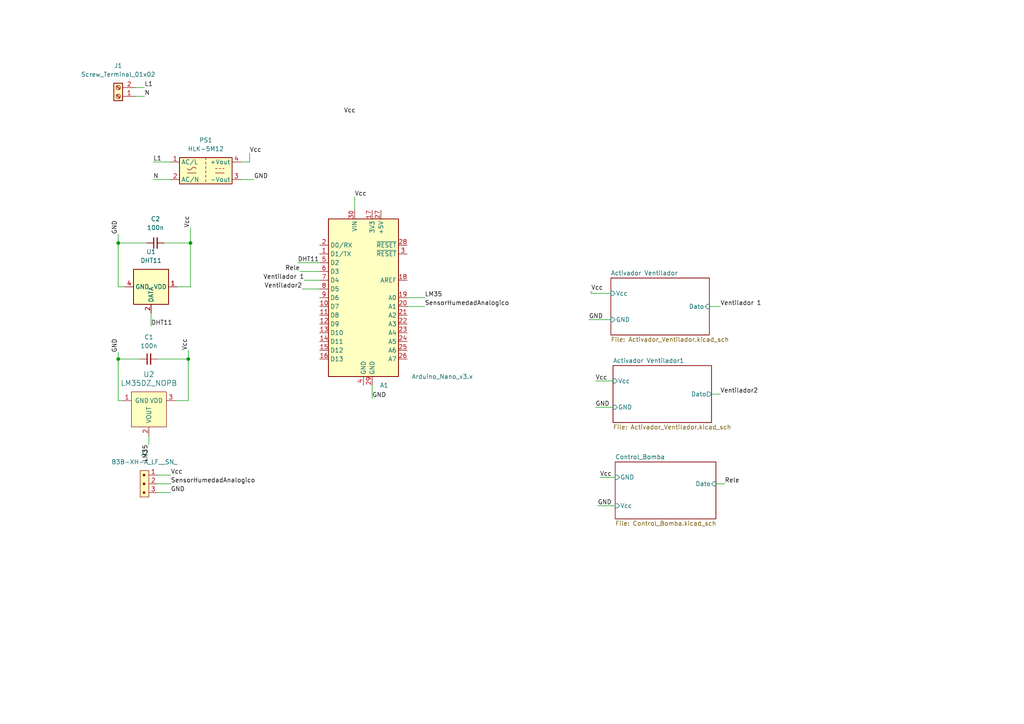
<source format=kicad_sch>
(kicad_sch (version 20230121) (generator eeschema)
  (paper "A4")
  (lib_symbols
    (symbol "Connector:Screw_Terminal_01x02" (pin_names (offset 1.016) hide)
      (property "Reference" "J" (at 0 2.54 0))
      (property "Value" "Screw_Terminal_01x02" (at 0 -5.08 0))
      (symbol "Screw_Terminal_01x02_1_1"
        (rectangle (start -1.27 1.27) (end 1.27 -3.81) (stroke (width 0.254)) (fill (type background)))
        (circle (center 0 -2.54) (radius 0.635) (stroke (width 0.1524)))
        (polyline (pts (xy -0.5334 -2.2098) (xy 0.3302 -3.048)) (stroke (width 0.1524)))
        (polyline (pts (xy -0.5334 0.3302) (xy 0.3302 -0.508)) (stroke (width 0.1524)))
        (polyline (pts (xy -0.3556 -2.032) (xy 0.508 -2.8702)) (stroke (width 0.1524)))
        (polyline (pts (xy -0.3556 0.508) (xy 0.508 -0.3302)) (stroke (width 0.1524)))
        (circle (center 0 0) (radius 0.635) (stroke (width 0.1524)))
        (pin passive line (at -5.08 0 0) (length 3.81) (name "Pin_1") (number "1"))
        (pin passive line (at -5.08 -2.54 0) (length 3.81) (name "Pin_2") (number "2"))
      )
    )
    (symbol "Converter_ACDC:HLK-5M12"
      (property "Reference" "PS" (at 0 5.08 0))
      (property "Value" "HLK-5M12" (at 0 -5.08 0))
      (symbol "HLK-5M12_0_1"
        (rectangle (start -7.62 3.81) (end 7.62 -3.81) (stroke (width 0.254)) (fill (type background)))
        (arc (start -5.334 0.635) (mid -4.699 0.2495) (end -4.064 0.635))
        (arc (start -2.794 0.635) (mid -3.429 1.0072) (end -4.064 0.635))
        (polyline (pts (xy -5.334 -0.635) (xy -2.794 -0.635)))
        (polyline (pts (xy 0 -2.54) (xy 0 -3.175)))
        (polyline (pts (xy 0 -1.27) (xy 0 -1.905)))
        (polyline (pts (xy 0 0) (xy 0 -0.635)))
        (polyline (pts (xy 0 1.27) (xy 0 0.635)))
        (polyline (pts (xy 0 2.54) (xy 0 1.905)))
        (polyline (pts (xy 0 3.81) (xy 0 3.175)))
        (polyline (pts (xy 2.794 -0.635) (xy 5.334 -0.635)))
        (polyline (pts (xy 2.794 0.635) (xy 3.302 0.635)))
        (polyline (pts (xy 3.81 0.635) (xy 4.318 0.635)))
        (polyline (pts (xy 4.826 0.635) (xy 5.334 0.635)))
      )
      (symbol "HLK-5M12_1_1"
        (pin power_in line (at -10.16 2.54 0) (length 2.54) (name "AC/L") (number "1"))
        (pin power_in line (at -10.16 -2.54 0) (length 2.54) (name "AC/N") (number "2"))
        (pin power_out line (at 10.16 -2.54 180) (length 2.54) (name "-Vout") (number "3"))
        (pin power_out line (at 10.16 2.54 180) (length 2.54) (name "+Vout") (number "4"))
      )
    )
    (symbol "Device:C_Small" (pin_numbers hide) (pin_names (offset 0.254) hide)
      (property "Reference" "C" (at 0.254 1.778 0))
      (property "Value" "C_Small" (at 0.254 -2.032 0))
      (symbol "C_Small_0_1"
        (polyline (pts (xy -1.524 -0.508) (xy 1.524 -0.508)) (stroke (width 0.3302)))
        (polyline (pts (xy -1.524 0.508) (xy 1.524 0.508)) (stroke (width 0.3048)))
      )
      (symbol "C_Small_1_1"
        (pin passive line (at 0 2.54 270) (length 2.032) (name "~") (number "1"))
        (pin passive line (at 0 -2.54 90) (length 2.032) (name "~") (number "2"))
      )
    )
    (symbol "MCU_Module:Arduino_Nano_v3.x"
      (property "Reference" "A" (at -10.16 23.495 0))
      (property "Value" "Arduino_Nano_v3.x" (at 5.08 -24.13 0))
      (symbol "Arduino_Nano_v3.x_0_1"
        (rectangle (start -10.16 22.86) (end 10.16 -22.86) (stroke (width 0.254)) (fill (type background)))
      )
      (symbol "Arduino_Nano_v3.x_1_1"
        (pin bidirectional line (at -12.7 12.7 0) (length 2.54) (name "D1/TX") (number "1"))
        (pin bidirectional line (at -12.7 -2.54 0) (length 2.54) (name "D7") (number "10"))
        (pin bidirectional line (at -12.7 -5.08 0) (length 2.54) (name "D8") (number "11"))
        (pin bidirectional line (at -12.7 -7.62 0) (length 2.54) (name "D9") (number "12"))
        (pin bidirectional line (at -12.7 -10.16 0) (length 2.54) (name "D10") (number "13"))
        (pin bidirectional line (at -12.7 -12.7 0) (length 2.54) (name "D11") (number "14"))
        (pin bidirectional line (at -12.7 -15.24 0) (length 2.54) (name "D12") (number "15"))
        (pin bidirectional line (at -12.7 -17.78 0) (length 2.54) (name "D13") (number "16"))
        (pin power_out line (at 2.54 25.4 270) (length 2.54) (name "3V3") (number "17"))
        (pin input line (at 12.7 5.08 180) (length 2.54) (name "AREF") (number "18"))
        (pin bidirectional line (at 12.7 0 180) (length 2.54) (name "A0") (number "19"))
        (pin bidirectional line (at -12.7 15.24 0) (length 2.54) (name "D0/RX") (number "2"))
        (pin bidirectional line (at 12.7 -2.54 180) (length 2.54) (name "A1") (number "20"))
        (pin bidirectional line (at 12.7 -5.08 180) (length 2.54) (name "A2") (number "21"))
        (pin bidirectional line (at 12.7 -7.62 180) (length 2.54) (name "A3") (number "22"))
        (pin bidirectional line (at 12.7 -10.16 180) (length 2.54) (name "A4") (number "23"))
        (pin bidirectional line (at 12.7 -12.7 180) (length 2.54) (name "A5") (number "24"))
        (pin bidirectional line (at 12.7 -15.24 180) (length 2.54) (name "A6") (number "25"))
        (pin bidirectional line (at 12.7 -17.78 180) (length 2.54) (name "A7") (number "26"))
        (pin power_out line (at 5.08 25.4 270) (length 2.54) (name "+5V") (number "27"))
        (pin input line (at 12.7 15.24 180) (length 2.54) (name "~{RESET}") (number "28"))
        (pin power_in line (at 2.54 -25.4 90) (length 2.54) (name "GND") (number "29"))
        (pin input line (at 12.7 12.7 180) (length 2.54) (name "~{RESET}") (number "3"))
        (pin power_in line (at -2.54 25.4 270) (length 2.54) (name "VIN") (number "30"))
        (pin power_in line (at 0 -25.4 90) (length 2.54) (name "GND") (number "4"))
        (pin bidirectional line (at -12.7 10.16 0) (length 2.54) (name "D2") (number "5"))
        (pin bidirectional line (at -12.7 7.62 0) (length 2.54) (name "D3") (number "6"))
        (pin bidirectional line (at -12.7 5.08 0) (length 2.54) (name "D4") (number "7"))
        (pin bidirectional line (at -12.7 2.54 0) (length 2.54) (name "D5") (number "8"))
        (pin bidirectional line (at -12.7 0 0) (length 2.54) (name "D6") (number "9"))
      )
    )
    (symbol "Sensor:DHT11"
      (property "Reference" "U" (at -3.81 6.35 0))
      (property "Value" "DHT11" (at 3.81 6.35 0))
      (symbol "DHT11_0_1"
        (rectangle (start -5.08 5.08) (end 5.08 -5.08) (stroke (width 0.254)) (fill (type background)))
      )
      (symbol "DHT11_1_1"
        (pin power_in line (at 0 7.62 270) (length 2.54) (name "VDD") (number "1"))
        (pin bidirectional line (at 7.62 0 180) (length 2.54) (name "DATA") (number "2"))
        (pin no_connect line (at -5.08 0 0) (length 2.54) hide (name "NC") (number "3"))
        (pin power_in line (at 0 -7.62 90) (length 2.54) (name "GND") (number "4"))
      )
    )
    (symbol "dk_Rectangular-Connectors-Headers-Male-Pins:B3B-XH-A_LF__SN_" (pin_names (offset 1.016) hide)
      (property "Reference" "J" (at -2.54 -1.27 0))
      (property "Value" "B3B-XH-A_LF__SN_" (at 2.54 -3.81 0))
      (symbol "B3B-XH-A_LF__SN__1_1"
        (rectangle (start -1.27 0) (end 6.35 -2.54) (fill (type background)))
        (rectangle (start -0.254 -1.143) (end 0.254 -1.651) (fill (type outline)))
        (rectangle (start 2.286 -1.143) (end 2.794 -1.651) (fill (type outline)))
        (rectangle (start 4.826 -1.143) (end 5.334 -1.651) (fill (type outline)))
        (pin passive line (at 0 2.54 270) (length 2.54) (name "~") (number "1"))
        (pin passive line (at 2.54 2.54 270) (length 2.54) (name "~") (number "2"))
        (pin passive line (at 5.08 2.54 270) (length 2.54) (name "~") (number "3"))
      )
    )
    (symbol "dk_Temperature-Sensors-Analog-and-Digital-Output:LM35DZ_NOPB" (pin_names (offset 1.016))
      (property "Reference" "U" (at -3.81 6.35 0))
      (property "Value" "LM35DZ_NOPB" (at 2.54 -7.62 0))
      (symbol "LM35DZ_NOPB_0_1"
        (rectangle (start 7.62 5.08) (end -2.54 -5.08) (fill (type background)))
      )
      (symbol "LM35DZ_NOPB_1_1"
        (pin power_in line (at 0 -7.62 90) (length 2.54) (name "GND") (number "1"))
        (pin output line (at 10.16 0 180) (length 2.54) (name "VOUT") (number "2"))
        (pin power_in line (at 0 7.62 270) (length 2.54) (name "VDD") (number "3"))
      )
    )
  )
  (junction (at 55.245 70.485))
  (junction (at 34.29 70.485))
  (junction (at 34.29 104.14))
  (junction (at 54.61 104.14))
  (wire (pts (xy 55.245 70.485) (xy 55.245 83.185)))
  (wire (pts (xy 205.74 88.9) (xy 208.915 88.9)))
  (wire (pts (xy 102.87 57.15) (xy 102.87 60.96)))
  (wire (pts (xy 173.99 138.43) (xy 178.435 138.43)))
  (wire (pts (xy 54.61 116.205) (xy 50.8 116.205)))
  (wire (pts (xy 88.265 81.28) (xy 92.71 81.28)))
  (wire (pts (xy 43.815 90.805) (xy 43.815 94.615)))
  (wire (pts (xy 86.995 78.74) (xy 92.71 78.74)))
  (wire (pts (xy 170.815 92.71) (xy 177.165 92.71)))
  (wire (pts (xy 177.165 85.09) (xy 171.45 85.09)))
  (wire (pts (xy 172.72 110.49) (xy 177.8 110.49)))
  (wire (pts (xy 118.11 86.36) (xy 123.19 86.36)))
  (wire (pts (xy 177.8 118.11) (xy 172.72 118.11)))
  (wire (pts (xy 44.45 52.07) (xy 49.53 52.07)))
  (wire (pts (xy 45.72 142.875) (xy 49.53 142.875)))
  (wire (pts (xy 45.72 137.795) (xy 49.53 137.795)))
  (wire (pts (xy 55.245 66.04) (xy 55.245 70.485)))
  (wire (pts (xy 34.29 116.205) (xy 35.56 116.205)))
  (wire (pts (xy 34.29 102.235) (xy 34.29 104.14)))
  (wire (pts (xy 39.37 25.4) (xy 41.91 25.4)))
  (wire (pts (xy 34.29 67.945) (xy 34.29 70.485)))
  (wire (pts (xy 34.29 70.485) (xy 34.29 83.185)))
  (wire (pts (xy 54.61 104.14) (xy 54.61 116.205)))
  (wire (pts (xy 55.245 83.185) (xy 51.435 83.185)))
  (wire (pts (xy 39.37 27.94) (xy 41.91 27.94)))
  (wire (pts (xy 43.18 126.365) (xy 43.18 128.905)))
  (wire (pts (xy 72.39 44.45) (xy 72.39 46.99)))
  (wire (pts (xy 178.435 146.685) (xy 173.355 146.685)))
  (wire (pts (xy 107.95 111.76) (xy 107.95 115.57)))
  (wire (pts (xy 34.29 70.485) (xy 42.545 70.485)))
  (wire (pts (xy 34.29 83.185) (xy 36.195 83.185)))
  (wire (pts (xy 69.85 52.07) (xy 73.66 52.07)))
  (wire (pts (xy 45.72 140.335) (xy 49.53 140.335)))
  (wire (pts (xy 92.71 83.82) (xy 87.63 83.82)))
  (wire (pts (xy 34.29 104.14) (xy 40.64 104.14)))
  (wire (pts (xy 44.45 46.99) (xy 49.53 46.99)))
  (wire (pts (xy 69.85 46.99) (xy 72.39 46.99)))
  (wire (pts (xy 92.71 76.2) (xy 86.36 76.2)))
  (wire (pts (xy 45.72 104.14) (xy 54.61 104.14)))
  (wire (pts (xy 34.29 104.14) (xy 34.29 116.205)))
  (wire (pts (xy 207.645 140.335) (xy 210.185 140.335)))
  (wire (pts (xy 47.625 70.485) (xy 55.245 70.485)))
  (wire (pts (xy 206.375 114.3) (xy 208.915 114.3)))
  (wire (pts (xy 171.45 84.455) (xy 171.45 85.09)))
  (wire (pts (xy 54.61 101.6) (xy 54.61 104.14)))
  (wire (pts (xy 118.11 88.9) (xy 123.19 88.9)))
  (label "LM35" (at 43.18 128.905 270))
  (label "Ventilador2" (at 87.63 83.82 180))
  (label "L1" (at 41.91 25.4 0))
  (label "GND " (at 170.815 92.71 0))
  (label "GND " (at 107.95 115.57 0))
  (label "DHT11" (at 86.36 76.2 0))
  (label "Rele" (at 86.995 78.74 180))
  (label "Vcc" (at 99.695 33.02 0))
  (label "Vcc" (at 172.72 110.49 0))
  (label "Vcc" (at 171.45 84.455 0))
  (label "DHT11" (at 43.815 94.615 0))
  (label "Vcc" (at 55.245 66.04 90))
  (label "N" (at 41.91 27.94 0))
  (label "L1" (at 44.45 46.99 0))
  (label "Rele" (at 210.185 140.335 0))
  (label "GND " (at 49.53 142.875 0))
  (label "Ventilador2" (at 208.915 114.3 0))
  (label "Vcc" (at 49.53 137.795 0))
  (label "Vcc" (at 72.39 44.45 0))
  (label "Ventilador 1" (at 208.915 88.9 0))
  (label "SensorHumedadAnalogico" (at 49.53 140.335 0))
  (label "Vcc" (at 173.99 138.43 0))
  (label "Ventilador 1" (at 88.265 81.28 180))
  (label "Vcc" (at 102.87 57.15 0))
  (label "GND " (at 34.29 67.945 90))
  (label "LM35" (at 123.19 86.36 0))
  (label "Vcc" (at 54.61 101.6 90))
  (label "GND " (at 172.72 118.11 0))
  (label "GND " (at 173.355 146.685 0))
  (label "GND " (at 34.29 102.235 90))
  (label "GND " (at 73.66 52.07 0))
  (label "SensorHumedadAnalogico" (at 123.19 88.9 0))
  (label "N" (at 44.45 52.07 0))
  (symbol (lib_id "dk_Rectangular-Connectors-Headers-Male-Pins:B3B-XH-A_LF__SN_") (at 43.18 137.795 270) (unit 1)
    (property "Reference" "J2" (at 41.91 131.445 90))
    (property "Value" "B3B-XH-A_LF__SN_" (at 41.91 133.985 90))
    (property "Footprint" "digikey-footprints:PinHeader_1x3_P2.5mm_Drill1.1mm" (effects hide))
    (property "Datasheet" "http://www.jst-mfg.com/product/pdf/eng/eXH.pdf" (effects hide))
    (property "Digi-Key_PN" "455-2248-ND" (effects hide))
    (property "MPN" "B3B-XH-A(LF)(SN)" (effects hide))
    (property "Category" "Connectors, Interconnects" (effects hide))
    (property "Family" "Rectangular Connectors - Headers, Male Pins" (effects hide))
    (property "DK_Datasheet_Link" "http://www.jst-mfg.com/product/pdf/eng/eXH.pdf" (effects hide))
    (property "DK_Detail_Page" "/product-detail/en/jst-sales-america-inc/B3B-XH-A(LF)(SN)/455-2248-ND/1651046" (effects hide))
    (property "Description" "CONN HEADER VERT 3POS 2.5MM" (effects hide))
    (property "Manufacturer" "JST Sales America Inc." (effects hide))
    (property "Status" "Active" (effects hide))
  )
  (symbol (lib_id "Sensor:DHT11") (at 43.815 83.185 270) (unit 1)
    (property "Reference" "U1" (at 43.815 73.025 90))
    (property "Value" "DHT11" (at 43.815 75.565 90))
    (property "Footprint" "Sensor:Aosong_DHT11_5.5x12.0_P2.54mm" (effects hide))
    (property "Datasheet" "http://akizukidenshi.com/download/ds/aosong/DHT11.pdf" (effects hide))
  )
  (symbol (lib_id "Device:C_Small") (at 43.18 104.14 90) (unit 1)
    (property "Reference" "C1" (at 43.1863 97.79 90))
    (property "Value" "100n" (at 43.1863 100.33 90))
    (property "Footprint" "Capacitor_THT:C_Disc_D6.0mm_W2.5mm_P5.00mm" (effects hide))
  )
  (symbol (lib_id "MCU_Module:Arduino_Nano_v3.x") (at 105.41 86.36 0) (unit 1)
    (property "Reference" "A1" (at 110.1441 111.76 0) (effects (justify left)))
    (property "Value" "Arduino_Nano_v3.x" (at 119.38 109.22 0) (effects (justify left)))
    (property "Footprint" "Module:Arduino_Nano" (effects hide))
    (property "Datasheet" "http://www.mouser.com/pdfdocs/Gravitech_Arduino_Nano3_0.pdf" (effects hide))
  )
  (symbol (lib_id "Device:C_Small") (at 45.085 70.485 90) (unit 1)
    (property "Reference" "C2" (at 45.0913 63.5 90))
    (property "Value" "100n" (at 45.0913 66.04 90))
    (property "Footprint" "Capacitor_THT:C_Disc_D6.0mm_W2.5mm_P5.00mm" (effects hide))
  )
  (symbol (lib_id "Connector:Screw_Terminal_01x02") (at 34.29 27.94 180) (unit 1)
    (property "Reference" "J1" (at 34.29 19.05 0))
    (property "Value" "Screw_Terminal_01x02" (at 34.29 21.59 0))
    (property "Footprint" "TerminalBlock_MetzConnect:TerminalBlock_MetzConnect_Type011_RT05502HBWC_1x02_P5.00mm_Horizontal" (effects hide))
  )
  (symbol (lib_id "dk_Temperature-Sensors-Analog-and-Digital-Output:LM35DZ_NOPB") (at 43.18 116.205 270) (unit 1)
    (property "Reference" "U2" (at 43.18 108.585 90) (effects (font (size 1.524 1.524))))
    (property "Value" "LM35DZ_NOPB" (at 43.18 111.125 90) (effects (font (size 1.524 1.524))))
    (property "Footprint" "digikey-footprints:TO-92-3" (effects hide))
    (property "Datasheet" "http://www.ti.com/general/docs/suppproductinfo.tsp?distId=10&gotoUrl=http%3A%2F%2Fwww.ti.com%2Flit%2Fgpn%2Flm35" (effects hide))
    (property "Digi-Key_PN" "LM35DZ/NOPB-ND" (effects hide))
    (property "MPN" "LM35DZ/NOPB" (effects hide))
    (property "Category" "Sensors, Transducers" (effects hide))
    (property "Family" "Temperature Sensors - Analog and Digital Output" (effects hide))
    (property "DK_Datasheet_Link" "http://www.ti.com/general/docs/suppproductinfo.tsp?distId=10&gotoUrl=http%3A%2F%2Fwww.ti.com%2Flit%2Fgpn%2Flm35" (effects hide))
    (property "DK_Detail_Page" "/product-detail/en/texas-instruments/LM35DZ-NOPB/LM35DZ-NOPB-ND/32489" (effects hide))
    (property "Description" "SENSOR ANALOG 0C-100C TO92-3" (effects hide))
    (property "Manufacturer" "Texas Instruments" (effects hide))
    (property "Status" "Active" (effects hide))
  )
  (symbol (lib_id "Converter_ACDC:HLK-5M12") (at 59.69 49.53 0) (unit 1)
    (property "Reference" "PS1" (at 59.69 40.64 0))
    (property "Value" "HLK-5M12" (at 59.69 43.18 0))
    (property "Footprint" "Converter_ACDC:Converter_ACDC_HiLink_HLK-5Mxx" (effects hide))
    (property "Datasheet" "http://h.hlktech.com/download/ACDC%E7%94%B5%E6%BA%90%E6%A8%A1%E5%9D%975W%E7%B3%BB%E5%88%97/1/%E6%B5%B7%E5%87%8C%E7%A7%915W%E7%B3%BB%E5%88%97%E7%94%B5%E6%BA%90%E6%A8%A1%E5%9D%97%E8%A7%84%E6%A0%BC%E4%B9%A6V2.8.pdf" (effects hide))
  )
  (sheet (at 177.165 80.645) (size 28.575 16.51) (stroke (width 0.1524))
    (property "Sheetname" "Activador Ventilador" (at 177.165 79.9334 0) (effects (justify left bottom)))
    (property "Sheetfile" "Activador_Ventilador.kicad_sch" (at 177.165 97.7396 0) (effects (justify left top)))
    (pin "Vcc" input (at 177.165 85.09 180))
    (pin "GND" input (at 177.165 92.71 180))
    (pin "Dato" input (at 205.74 88.9 0))
  )
  (sheet (at 178.435 133.985) (size 29.21 16.51) (stroke (width 0.1524))
    (property "Sheetname" "Control_Bomba" (at 178.435 133.2734 0) (effects (justify left bottom)))
    (property "Sheetfile" "Control_Bomba.kicad_sch" (at 178.435 151.0796 0) (effects (justify left top)))
    (pin "GND" input (at 178.435 138.43 180))
    (pin "Dato" input (at 207.645 140.335 0))
    (pin "Vcc" input (at 178.435 146.685 180))
  )
  (sheet (at 177.8 106.045) (size 28.575 16.51) (stroke (width 0.1524))
    (property "Sheetname" "Activador Ventilador1" (at 177.8 105.3334 0) (effects (justify left bottom)))
    (property "Sheetfile" "Activador_Ventilador.kicad_sch" (at 177.8 123.1396 0) (effects (justify left top)))
    (pin "Vcc" input (at 177.8 110.49 180))
    (pin "GND" input (at 177.8 118.11 180))
    (pin "Dato" output (at 206.375 114.3 0))
  )
)
</source>
